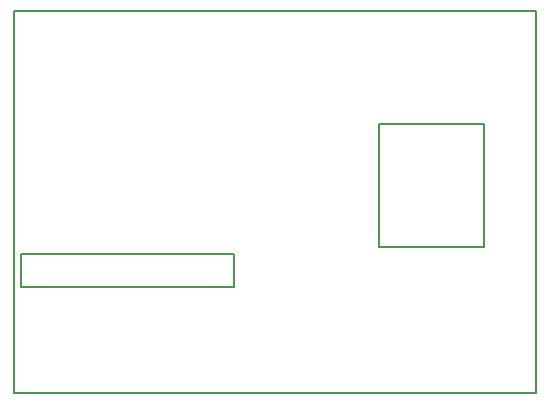
<source format=gbr>
G04 PROTEUS GERBER X2 FILE*
%TF.GenerationSoftware,Labcenter,Proteus,8.5-SP0-Build22067*%
%TF.CreationDate,2018-05-26T17:21:35+00:00*%
%TF.FileFunction,AssemblyDrawing,Top*%
%TF.FilePolarity,Positive*%
%TF.Part,Single*%
%FSLAX45Y45*%
%MOMM*%
G01*
%TA.AperFunction,Material*%
%ADD17C,0.203200*%
%TA.AperFunction,Profile*%
%ADD13C,0.203200*%
D17*
X+987500Y-493160D02*
X+1876500Y-493160D01*
X+1876500Y+543160D01*
X+987500Y+543160D01*
X+987500Y-493160D01*
X-2040160Y-833160D02*
X-241840Y-833160D01*
X-241840Y-558840D01*
X-2040160Y-558840D01*
X-2040160Y-833160D01*
D13*
X-2100000Y-1735000D02*
X+2315000Y-1735000D01*
X+2315000Y+1502000D01*
X-2100000Y+1502000D01*
X-2100000Y-1735000D01*
M02*

</source>
